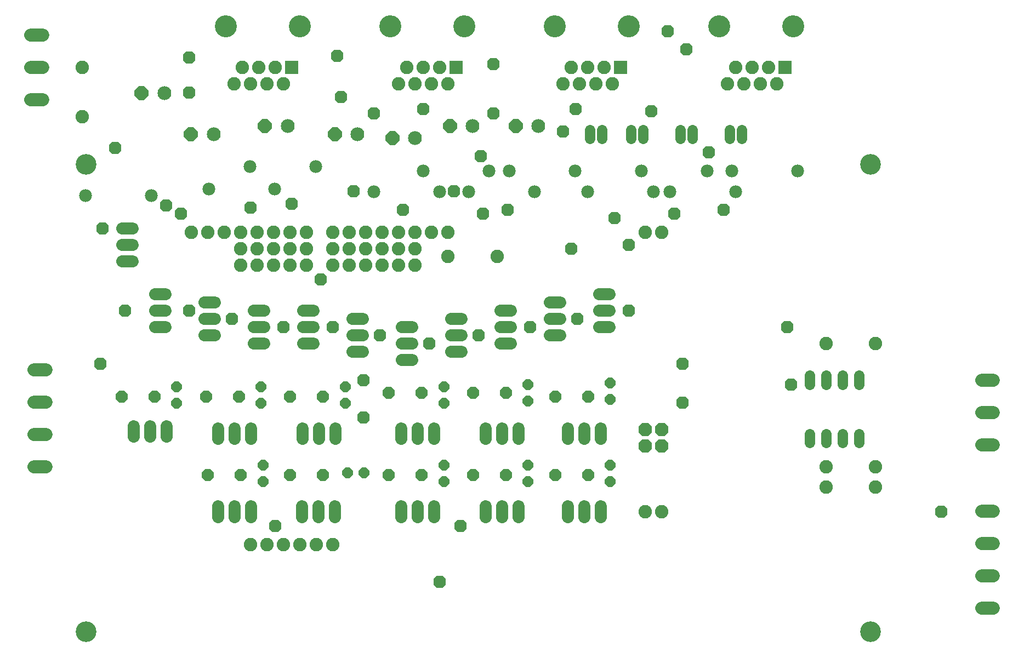
<source format=gbs>
G75*
%MOIN*%
%OFA0B0*%
%FSLAX25Y25*%
%IPPOS*%
%LPD*%
%AMOC8*
5,1,8,0,0,1.08239X$1,22.5*
%
%ADD10C,0.12611*%
%ADD11C,0.08200*%
%ADD12R,0.08200X0.08200*%
%ADD13C,0.13398*%
%ADD14OC8,0.08200*%
%ADD15C,0.08400*%
%ADD16OC8,0.08400*%
%ADD17C,0.06400*%
%ADD18OC8,0.07100*%
%ADD19OC8,0.06400*%
%ADD20C,0.07800*%
%ADD21C,0.07200*%
%ADD22C,0.07900*%
%ADD23OC8,0.07556*%
D10*
X0177044Y0125970D03*
X0177044Y0410616D03*
X0653816Y0410616D03*
X0653816Y0125970D03*
D11*
X0656965Y0214100D03*
X0656965Y0226600D03*
X0626965Y0226600D03*
X0626965Y0214100D03*
X0526965Y0199100D03*
X0516965Y0199100D03*
X0626965Y0301600D03*
X0656965Y0301600D03*
X0526965Y0369100D03*
X0516965Y0369100D03*
X0426965Y0354395D03*
X0396965Y0354395D03*
X0396965Y0369100D03*
X0386965Y0369100D03*
X0376965Y0369100D03*
X0366965Y0369100D03*
X0356965Y0369100D03*
X0346965Y0369100D03*
X0336965Y0369100D03*
X0326965Y0369100D03*
X0326965Y0359100D03*
X0336965Y0359100D03*
X0346965Y0359100D03*
X0356965Y0359100D03*
X0366965Y0359100D03*
X0376965Y0359100D03*
X0376965Y0349100D03*
X0366965Y0349100D03*
X0356965Y0349100D03*
X0346965Y0349100D03*
X0336965Y0349100D03*
X0326965Y0349100D03*
X0310965Y0349100D03*
X0300965Y0349100D03*
X0290965Y0349100D03*
X0280965Y0349100D03*
X0270965Y0349100D03*
X0270965Y0359100D03*
X0270965Y0369100D03*
X0260965Y0369100D03*
X0250965Y0369100D03*
X0240965Y0369100D03*
X0280965Y0369100D03*
X0280965Y0359100D03*
X0290965Y0359100D03*
X0290965Y0369100D03*
X0300965Y0369100D03*
X0300965Y0359100D03*
X0310965Y0359100D03*
X0310965Y0369100D03*
X0296965Y0459395D03*
X0286965Y0459395D03*
X0276965Y0459395D03*
X0266965Y0459395D03*
X0271965Y0469395D03*
X0281965Y0469395D03*
X0291965Y0469395D03*
X0366965Y0459395D03*
X0376965Y0459395D03*
X0386965Y0459395D03*
X0396965Y0459395D03*
X0391965Y0469395D03*
X0381965Y0469395D03*
X0371965Y0469395D03*
X0466965Y0459395D03*
X0476965Y0459395D03*
X0486965Y0459395D03*
X0496965Y0459395D03*
X0491965Y0469395D03*
X0481965Y0469395D03*
X0471965Y0469395D03*
X0566965Y0459395D03*
X0576965Y0459395D03*
X0586965Y0459395D03*
X0581965Y0469395D03*
X0571965Y0469395D03*
X0591965Y0469395D03*
X0596965Y0459395D03*
X0326965Y0179100D03*
X0316965Y0179100D03*
X0306965Y0179100D03*
X0296965Y0179100D03*
X0286965Y0179100D03*
X0276965Y0179100D03*
X0174465Y0439395D03*
X0174465Y0469395D03*
D12*
X0301965Y0469395D03*
X0401965Y0469395D03*
X0501965Y0469395D03*
X0601965Y0469395D03*
D13*
X0606965Y0494395D03*
X0561965Y0494395D03*
X0506965Y0494395D03*
X0461965Y0494395D03*
X0406965Y0494395D03*
X0361965Y0494395D03*
X0306965Y0494395D03*
X0261965Y0494395D03*
D14*
X0516965Y0249100D03*
X0526965Y0249100D03*
X0526965Y0239100D03*
X0516965Y0239100D03*
D15*
X0376965Y0426305D03*
X0341965Y0428805D03*
X0299465Y0433805D03*
X0254465Y0428805D03*
X0224465Y0453805D03*
X0411965Y0433805D03*
X0451965Y0433805D03*
D16*
X0438215Y0433805D03*
X0398215Y0433805D03*
X0363215Y0426305D03*
X0328215Y0428805D03*
X0285715Y0433805D03*
X0240715Y0428805D03*
X0210715Y0453805D03*
D17*
X0483215Y0431605D02*
X0483215Y0426005D01*
X0490715Y0426005D02*
X0490715Y0431605D01*
X0508215Y0431605D02*
X0508215Y0426005D01*
X0515715Y0426005D02*
X0515715Y0431605D01*
X0538215Y0431605D02*
X0538215Y0426005D01*
X0545715Y0426005D02*
X0545715Y0431605D01*
X0568215Y0431605D02*
X0568215Y0426005D01*
X0575715Y0426005D02*
X0575715Y0431605D01*
X0616965Y0282200D02*
X0616965Y0276600D01*
X0626965Y0276600D02*
X0626965Y0282200D01*
X0636965Y0282200D02*
X0636965Y0276600D01*
X0646965Y0276600D02*
X0646965Y0282200D01*
X0646965Y0246600D02*
X0646965Y0241000D01*
X0636965Y0241000D02*
X0636965Y0246600D01*
X0626965Y0246600D02*
X0626965Y0241000D01*
X0616965Y0241000D02*
X0616965Y0246600D01*
D18*
X0482260Y0269100D03*
X0462260Y0269100D03*
X0432260Y0271600D03*
X0412260Y0271600D03*
X0381010Y0271600D03*
X0361010Y0271600D03*
X0321010Y0269100D03*
X0301010Y0269100D03*
X0269760Y0269100D03*
X0249760Y0269100D03*
X0218510Y0269100D03*
X0198510Y0269100D03*
X0251010Y0221600D03*
X0271010Y0221600D03*
X0301010Y0221600D03*
X0321010Y0221600D03*
X0361010Y0221600D03*
X0381010Y0221600D03*
X0412260Y0221600D03*
X0432260Y0221600D03*
X0462260Y0221600D03*
X0482260Y0221600D03*
D19*
X0495715Y0217555D03*
X0495715Y0227555D03*
X0445715Y0227555D03*
X0445715Y0217555D03*
X0394465Y0217555D03*
X0394465Y0227555D03*
X0346010Y0222850D03*
X0336010Y0222850D03*
X0334465Y0265055D03*
X0334465Y0275055D03*
X0283215Y0275055D03*
X0283215Y0265055D03*
X0284465Y0227555D03*
X0284465Y0217555D03*
X0231965Y0265055D03*
X0231965Y0275055D03*
X0394465Y0275055D03*
X0394465Y0265055D03*
X0445715Y0266305D03*
X0445715Y0276305D03*
X0495715Y0277555D03*
X0495715Y0267555D03*
D20*
X0481965Y0393805D03*
X0474170Y0406600D03*
X0449465Y0393805D03*
X0434170Y0406600D03*
X0421965Y0406305D03*
X0409465Y0393805D03*
X0391965Y0393805D03*
X0381965Y0406305D03*
X0351965Y0393805D03*
X0316670Y0409100D03*
X0291670Y0395350D03*
X0276670Y0409100D03*
X0251670Y0395350D03*
X0216670Y0391600D03*
X0176670Y0391600D03*
X0514465Y0406305D03*
X0521965Y0393805D03*
X0531965Y0393805D03*
X0554465Y0406305D03*
X0569465Y0406305D03*
X0571965Y0393805D03*
X0609465Y0406305D03*
D21*
X0495165Y0331600D02*
X0488765Y0331600D01*
X0488765Y0321600D02*
X0495165Y0321600D01*
X0495165Y0311600D02*
X0488765Y0311600D01*
X0465165Y0306600D02*
X0458765Y0306600D01*
X0458765Y0316600D02*
X0465165Y0316600D01*
X0465165Y0326600D02*
X0458765Y0326600D01*
X0435165Y0321600D02*
X0428765Y0321600D01*
X0428765Y0311600D02*
X0435165Y0311600D01*
X0435165Y0301600D02*
X0428765Y0301600D01*
X0405165Y0296600D02*
X0398765Y0296600D01*
X0398765Y0306600D02*
X0405165Y0306600D01*
X0405165Y0316600D02*
X0398765Y0316600D01*
X0375165Y0311600D02*
X0368765Y0311600D01*
X0368765Y0301600D02*
X0375165Y0301600D01*
X0375165Y0291600D02*
X0368765Y0291600D01*
X0345165Y0296600D02*
X0338765Y0296600D01*
X0338765Y0306600D02*
X0345165Y0306600D01*
X0345165Y0316600D02*
X0338765Y0316600D01*
X0315165Y0311600D02*
X0308765Y0311600D01*
X0308765Y0301600D02*
X0315165Y0301600D01*
X0285165Y0301600D02*
X0278765Y0301600D01*
X0278765Y0311600D02*
X0285165Y0311600D01*
X0285165Y0321600D02*
X0278765Y0321600D01*
X0255165Y0316600D02*
X0248765Y0316600D01*
X0248765Y0326600D02*
X0255165Y0326600D01*
X0255165Y0306600D02*
X0248765Y0306600D01*
X0225165Y0311600D02*
X0218765Y0311600D01*
X0218765Y0321600D02*
X0225165Y0321600D01*
X0225165Y0331600D02*
X0218765Y0331600D01*
X0205165Y0351600D02*
X0198765Y0351600D01*
X0198765Y0361600D02*
X0205165Y0361600D01*
X0205165Y0371600D02*
X0198765Y0371600D01*
X0308765Y0321600D02*
X0315165Y0321600D01*
X0318510Y0249800D02*
X0318510Y0243400D01*
X0308510Y0243400D02*
X0308510Y0249800D01*
X0328510Y0249800D02*
X0328510Y0243400D01*
X0368510Y0243400D02*
X0368510Y0249800D01*
X0378510Y0249800D02*
X0378510Y0243400D01*
X0388510Y0243400D02*
X0388510Y0249800D01*
X0419760Y0249800D02*
X0419760Y0243400D01*
X0429760Y0243400D02*
X0429760Y0249800D01*
X0439760Y0249800D02*
X0439760Y0243400D01*
X0469760Y0243400D02*
X0469760Y0249800D01*
X0479760Y0249800D02*
X0479760Y0243400D01*
X0489760Y0243400D02*
X0489760Y0249800D01*
X0489760Y0202300D02*
X0489760Y0195900D01*
X0479760Y0195900D02*
X0479760Y0202300D01*
X0469760Y0202300D02*
X0469760Y0195900D01*
X0439760Y0195900D02*
X0439760Y0202300D01*
X0429760Y0202300D02*
X0429760Y0195900D01*
X0419760Y0195900D02*
X0419760Y0202300D01*
X0388510Y0202300D02*
X0388510Y0195900D01*
X0378510Y0195900D02*
X0378510Y0202300D01*
X0368510Y0202300D02*
X0368510Y0195900D01*
X0328215Y0195900D02*
X0328215Y0202300D01*
X0318215Y0202300D02*
X0318215Y0195900D01*
X0308215Y0195900D02*
X0308215Y0202300D01*
X0277260Y0202300D02*
X0277260Y0195900D01*
X0267260Y0195900D02*
X0267260Y0202300D01*
X0257260Y0202300D02*
X0257260Y0195900D01*
X0257260Y0243400D02*
X0257260Y0249800D01*
X0267260Y0249800D02*
X0267260Y0243400D01*
X0277260Y0243400D02*
X0277260Y0249800D01*
X0226010Y0251050D02*
X0226010Y0244650D01*
X0216010Y0244650D02*
X0216010Y0251050D01*
X0206010Y0251050D02*
X0206010Y0244650D01*
D22*
X0152436Y0245988D02*
X0145336Y0245988D01*
X0145336Y0226303D02*
X0152436Y0226303D01*
X0152436Y0265673D02*
X0145336Y0265673D01*
X0145336Y0285358D02*
X0152436Y0285358D01*
X0150436Y0449710D02*
X0143336Y0449710D01*
X0143336Y0469395D02*
X0150436Y0469395D01*
X0150436Y0489080D02*
X0143336Y0489080D01*
X0721486Y0279080D02*
X0728586Y0279080D01*
X0728586Y0259395D02*
X0721486Y0259395D01*
X0721486Y0239710D02*
X0728586Y0239710D01*
X0728507Y0199553D02*
X0721407Y0199553D01*
X0721407Y0179868D02*
X0728507Y0179868D01*
X0728507Y0160183D02*
X0721407Y0160183D01*
X0721407Y0140498D02*
X0728507Y0140498D01*
D23*
X0696965Y0199100D03*
X0605715Y0276600D03*
X0603215Y0311600D03*
X0539465Y0289100D03*
X0539465Y0265350D03*
X0475715Y0316600D03*
X0506965Y0321600D03*
X0506965Y0361600D03*
X0498215Y0377850D03*
X0471965Y0359100D03*
X0433215Y0382850D03*
X0418215Y0380350D03*
X0400715Y0394100D03*
X0416965Y0415350D03*
X0424465Y0441600D03*
X0424465Y0471600D03*
X0381965Y0444100D03*
X0351965Y0441600D03*
X0331965Y0451600D03*
X0329465Y0476600D03*
X0239465Y0475350D03*
X0239465Y0454100D03*
X0194465Y0420350D03*
X0225715Y0385350D03*
X0234465Y0380350D03*
X0276965Y0384100D03*
X0301965Y0386600D03*
X0339465Y0394100D03*
X0369465Y0382850D03*
X0319465Y0340350D03*
X0326965Y0311600D03*
X0355715Y0306600D03*
X0385715Y0301600D03*
X0415715Y0306600D03*
X0446965Y0311600D03*
X0345715Y0279100D03*
X0345715Y0256600D03*
X0296965Y0311600D03*
X0265715Y0316600D03*
X0239465Y0321600D03*
X0200715Y0321600D03*
X0185715Y0289100D03*
X0186965Y0371600D03*
X0291965Y0190350D03*
X0391965Y0156600D03*
X0404465Y0190350D03*
X0534465Y0380350D03*
X0564465Y0382850D03*
X0555715Y0417850D03*
X0520715Y0442850D03*
X0474465Y0444100D03*
X0466965Y0430350D03*
X0541965Y0480350D03*
X0530715Y0491600D03*
M02*

</source>
